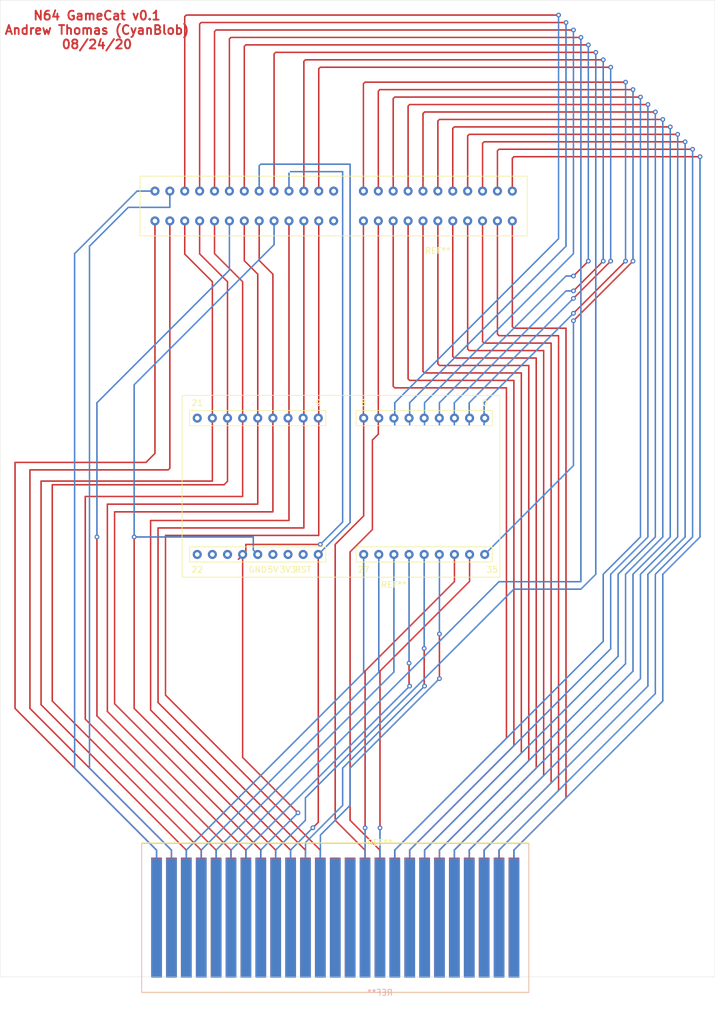
<source format=kicad_pcb>
(kicad_pcb (version 20171130) (host pcbnew 5.1.6-c6e7f7d~87~ubuntu18.04.1)

  (general
    (thickness 1.6)
    (drawings 10)
    (tracks 463)
    (zones 0)
    (modules 4)
    (nets 1)
  )

  (page A4)
  (layers
    (0 F.Cu signal)
    (31 B.Cu signal)
    (32 B.Adhes user)
    (33 F.Adhes user)
    (34 B.Paste user)
    (35 F.Paste user)
    (36 B.SilkS user)
    (37 F.SilkS user)
    (38 B.Mask user)
    (39 F.Mask user)
    (40 Dwgs.User user)
    (41 Cmts.User user)
    (42 Eco1.User user)
    (43 Eco2.User user)
    (44 Edge.Cuts user)
    (45 Margin user)
    (46 B.CrtYd user)
    (47 F.CrtYd user)
    (48 B.Fab user)
    (49 F.Fab user)
  )

  (setup
    (last_trace_width 0.25)
    (trace_clearance 0.2)
    (zone_clearance 0.508)
    (zone_45_only no)
    (trace_min 0.2)
    (via_size 0.8)
    (via_drill 0.4)
    (via_min_size 0.4)
    (via_min_drill 0.3)
    (uvia_size 0.3)
    (uvia_drill 0.1)
    (uvias_allowed no)
    (uvia_min_size 0.2)
    (uvia_min_drill 0.1)
    (edge_width 0.05)
    (segment_width 0.2)
    (pcb_text_width 0.3)
    (pcb_text_size 1.5 1.5)
    (mod_edge_width 0.12)
    (mod_text_size 1 1)
    (mod_text_width 0.15)
    (pad_size 1.524 1.524)
    (pad_drill 0.762)
    (pad_to_mask_clearance 0.05)
    (aux_axis_origin 0 0)
    (visible_elements FFFFFF7F)
    (pcbplotparams
      (layerselection 0x010fc_ffffffff)
      (usegerberextensions false)
      (usegerberattributes true)
      (usegerberadvancedattributes true)
      (creategerberjobfile true)
      (excludeedgelayer true)
      (linewidth 0.100000)
      (plotframeref false)
      (viasonmask false)
      (mode 1)
      (useauxorigin false)
      (hpglpennumber 1)
      (hpglpenspeed 20)
      (hpglpendiameter 15.000000)
      (psnegative false)
      (psa4output false)
      (plotreference true)
      (plotvalue true)
      (plotinvisibletext false)
      (padsonsilk false)
      (subtractmaskfromsilk false)
      (outputformat 1)
      (mirror false)
      (drillshape 0)
      (scaleselection 1)
      (outputdirectory ""))
  )

  (net 0 "")

  (net_class Default "This is the default net class."
    (clearance 0.2)
    (trace_width 0.25)
    (via_dia 0.8)
    (via_drill 0.4)
    (uvia_dia 0.3)
    (uvia_drill 0.1)
  )

  (module test_pcb:N64_cartridge_connecter_2.5mm (layer F.Cu) (tedit 5F493EFC) (tstamp 5F49C25E)
    (at 142.24 48.26)
    (fp_text reference REF** (at 15 7.5) (layer F.SilkS)
      (effects (font (size 1 1) (thickness 0.15)))
    )
    (fp_text value N64_cartridge_connecter_2.5mm (at 0 7.5) (layer F.Fab)
      (effects (font (size 1 1) (thickness 0.15)))
    )
    (fp_line (start -35 -5) (end -35 5) (layer F.SilkS) (width 0.12))
    (fp_line (start -32.5 5) (end 30 5) (layer F.SilkS) (width 0.12))
    (fp_line (start 30 5) (end 30 -5) (layer F.SilkS) (width 0.12))
    (fp_line (start 30 -5) (end -30 -5) (layer F.SilkS) (width 0.12))
    (fp_line (start -30 -5) (end -32.5 -5) (layer F.SilkS) (width 0.12))
    (fp_line (start -35 -5) (end -32.5 -5) (layer F.SilkS) (width 0.12))
    (fp_line (start -35 5) (end -32.5 5) (layer F.SilkS) (width 0.12))
    (pad 49 thru_hole circle (at -32.5 -2.5) (size 1.524 1.524) (drill 0.762) (layers *.Cu *.Mask))
    (pad 48 thru_hole circle (at -32.5 2.5) (size 1.524 1.524) (drill 0.762) (layers *.Cu *.Mask))
    (pad 47 thru_hole circle (at -30 -2.5) (size 1.524 1.524) (drill 0.762) (layers *.Cu *.Mask))
    (pad 46 thru_hole circle (at -27.5 -2.5) (size 1.524 1.524) (drill 0.762) (layers *.Cu *.Mask))
    (pad 45 thru_hole circle (at -25 -2.5) (size 1.524 1.524) (drill 0.762) (layers *.Cu *.Mask))
    (pad 44 thru_hole circle (at -22.5 -2.5) (size 1.524 1.524) (drill 0.762) (layers *.Cu *.Mask))
    (pad 43 thru_hole circle (at -20 -2.5) (size 1.524 1.524) (drill 0.762) (layers *.Cu *.Mask))
    (pad 42 thru_hole circle (at -17.5 -2.5) (size 1.524 1.524) (drill 0.762) (layers *.Cu *.Mask))
    (pad 41 thru_hole circle (at -15 -2.5) (size 1.524 1.524) (drill 0.762) (layers *.Cu *.Mask))
    (pad 40 thru_hole circle (at -12.5 -2.5) (size 1.524 1.524) (drill 0.762) (layers *.Cu *.Mask))
    (pad 39 thru_hole circle (at -10 -2.5) (size 1.524 1.524) (drill 0.762) (layers *.Cu *.Mask))
    (pad 38 thru_hole circle (at -7.5 -2.5) (size 1.524 1.524) (drill 0.762) (layers *.Cu *.Mask))
    (pad 37 thru_hole circle (at -5 -2.5) (size 1.524 1.524) (drill 0.762) (layers *.Cu *.Mask))
    (pad 36 thru_hole circle (at -2.5 -2.5) (size 1.524 1.524) (drill 0.762) (layers *.Cu *.Mask))
    (pad 35 thru_hole circle (at 2.5 -2.5) (size 1.524 1.524) (drill 0.762) (layers *.Cu *.Mask))
    (pad 34 thru_hole circle (at 5 -2.5) (size 1.524 1.524) (drill 0.762) (layers *.Cu *.Mask))
    (pad 33 thru_hole circle (at 7.5 -2.5) (size 1.524 1.524) (drill 0.762) (layers *.Cu *.Mask))
    (pad 32 thru_hole circle (at 10 -2.5) (size 1.524 1.524) (drill 0.762) (layers *.Cu *.Mask))
    (pad 31 thru_hole circle (at 12.5 -2.5) (size 1.524 1.524) (drill 0.762) (layers *.Cu *.Mask))
    (pad 30 thru_hole circle (at 15 -2.5) (size 1.524 1.524) (drill 0.762) (layers *.Cu *.Mask))
    (pad 29 thru_hole circle (at 17.5 -2.5) (size 1.524 1.524) (drill 0.762) (layers *.Cu *.Mask))
    (pad 28 thru_hole circle (at 20 -2.5) (size 1.524 1.524) (drill 0.762) (layers *.Cu *.Mask))
    (pad 27 thru_hole circle (at 22.5 -2.5) (size 1.524 1.524) (drill 0.762) (layers *.Cu *.Mask))
    (pad 26 thru_hole circle (at 25 -2.5) (size 1.524 1.524) (drill 0.762) (layers *.Cu *.Mask))
    (pad 25 thru_hole circle (at 27.5 -2.5) (size 1.524 1.524) (drill 0.762) (layers *.Cu *.Mask))
    (pad 24 thru_hole circle (at 27.5 2.5) (size 1.524 1.524) (drill 0.762) (layers *.Cu *.Mask))
    (pad 23 thru_hole circle (at 25 2.5) (size 1.524 1.524) (drill 0.762) (layers *.Cu *.Mask))
    (pad 22 thru_hole circle (at 22.5 2.5) (size 1.524 1.524) (drill 0.762) (layers *.Cu *.Mask))
    (pad 21 thru_hole circle (at 20 2.5) (size 1.524 1.524) (drill 0.762) (layers *.Cu *.Mask))
    (pad 20 thru_hole circle (at 17.5 2.5) (size 1.524 1.524) (drill 0.762) (layers *.Cu *.Mask))
    (pad 19 thru_hole circle (at 15 2.5) (size 1.524 1.524) (drill 0.762) (layers *.Cu *.Mask))
    (pad 18 thru_hole circle (at 12.5 2.5) (size 1.524 1.524) (drill 0.762) (layers *.Cu *.Mask))
    (pad 17 thru_hole circle (at 10 2.5) (size 1.524 1.524) (drill 0.762) (layers *.Cu *.Mask))
    (pad 16 thru_hole circle (at 7.5 2.5) (size 1.524 1.524) (drill 0.762) (layers *.Cu *.Mask))
    (pad 15 thru_hole circle (at 5 2.5) (size 1.524 1.524) (drill 0.762) (layers *.Cu *.Mask))
    (pad 14 thru_hole circle (at 2.5 2.5) (size 1.524 1.524) (drill 0.762) (layers *.Cu *.Mask))
    (pad 13 thru_hole circle (at -2.5 2.5) (size 1.524 1.524) (drill 0.762) (layers *.Cu *.Mask))
    (pad 12 thru_hole circle (at -5 2.5) (size 1.524 1.524) (drill 0.762) (layers *.Cu *.Mask))
    (pad 11 thru_hole circle (at -5 2.5) (size 1.524 1.524) (drill 0.762) (layers *.Cu *.Mask))
    (pad 10 thru_hole circle (at -7.5 2.5) (size 1.524 1.524) (drill 0.762) (layers *.Cu *.Mask))
    (pad 9 thru_hole circle (at -10 2.5) (size 1.524 1.524) (drill 0.762) (layers *.Cu *.Mask))
    (pad 8 thru_hole circle (at -12.5 2.5) (size 1.524 1.524) (drill 0.762) (layers *.Cu *.Mask))
    (pad 7 thru_hole circle (at -15 2.5) (size 1.524 1.524) (drill 0.762) (layers *.Cu *.Mask))
    (pad 6 thru_hole circle (at -17.5 2.5) (size 1.524 1.524) (drill 0.762) (layers *.Cu *.Mask))
    (pad 5 thru_hole circle (at -20 2.5) (size 1.524 1.524) (drill 0.762) (layers *.Cu *.Mask))
    (pad 4 thru_hole circle (at -22.5 2.5) (size 1.524 1.524) (drill 0.762) (layers *.Cu *.Mask))
    (pad 3 thru_hole circle (at -25 2.5) (size 1.524 1.524) (drill 0.762) (layers *.Cu *.Mask))
    (pad 2 thru_hole circle (at -27.5 2.5) (size 1.524 1.524) (drill 0.762) (layers *.Cu *.Mask))
    (pad 1 thru_hole circle (at -30 2.5) (size 1.524 1.524) (drill 0.762) (layers *.Cu *.Mask))
  )

  (module test_pcb:N64_cartridge_pins_2.5mm (layer B.Cu) (tedit 5F493311) (tstamp 5F49BC6B)
    (at 135.02 185.14)
    (fp_text reference REF** (at 12.5 -5) (layer B.SilkS)
      (effects (font (size 1 1) (thickness 0.15)) (justify mirror))
    )
    (fp_text value N64_cartridge_pins_2.5mm (at 0 -5) (layer B.Fab)
      (effects (font (size 1 1) (thickness 0.15)) (justify mirror))
    )
    (fp_line (start 37.5 -5) (end -27.5 -5) (layer B.SilkS) (width 0.12))
    (fp_line (start 37.5 -30) (end 37.5 -5) (layer B.SilkS) (width 0.12))
    (fp_line (start -27.5 -30) (end 37.5 -30) (layer B.SilkS) (width 0.12))
    (fp_line (start -27.5 -5) (end -27.5 -30) (layer B.SilkS) (width 0.12))
    (pad 1 smd rect (at -25 -17.5) (size 1.8 20) (layers B.Cu B.Paste B.Mask))
    (pad 2 smd rect (at -22.5 -17.5) (size 1.8 20) (layers B.Cu B.Paste B.Mask))
    (pad 3 smd rect (at -20 -17.5) (size 1.8 20) (layers B.Cu B.Paste B.Mask))
    (pad 4 smd rect (at -17.5 -17.5) (size 1.8 20) (layers B.Cu B.Paste B.Mask))
    (pad 5 smd rect (at -15 -17.5) (size 1.8 20) (layers B.Cu B.Paste B.Mask))
    (pad 6 smd rect (at -12.5 -17.5) (size 1.8 20) (layers B.Cu B.Paste B.Mask))
    (pad 7 smd rect (at -10 -17.5) (size 1.8 20) (layers B.Cu B.Paste B.Mask))
    (pad 8 smd rect (at -7.5 -17.5) (size 1.8 20) (layers B.Cu B.Paste B.Mask))
    (pad 9 smd rect (at -5 -17.5) (size 1.8 20) (layers B.Cu B.Paste B.Mask))
    (pad 10 smd rect (at -2.5 -17.5) (size 1.8 20) (layers B.Cu B.Paste B.Mask))
    (pad 11 smd rect (at 0 -17.5) (size 1.8 20) (layers B.Cu B.Paste B.Mask))
    (pad 12 smd rect (at 2.5 -17.5) (size 1.8 20) (layers B.Cu B.Paste B.Mask))
    (pad 13 smd rect (at 5 -17.5) (size 1.8 20) (layers B.Cu B.Paste B.Mask))
    (pad 14 smd rect (at 7.5 -17.5) (size 1.8 20) (layers B.Cu B.Paste B.Mask))
    (pad 15 smd rect (at 10 -17.5) (size 1.8 20) (layers B.Cu B.Paste B.Mask))
    (pad 16 smd rect (at 12.5 -17.5) (size 1.8 20) (layers B.Cu B.Paste B.Mask))
    (pad 17 smd rect (at 15 -17.5) (size 1.8 20) (layers B.Cu B.Paste B.Mask))
    (pad 18 smd rect (at 17.5 -17.5) (size 1.8 20) (layers B.Cu B.Paste B.Mask))
    (pad 19 smd rect (at 20 -17.5) (size 1.8 20) (layers B.Cu B.Paste B.Mask))
    (pad 20 smd rect (at 22.5 -17.5) (size 1.8 20) (layers B.Cu B.Paste B.Mask))
    (pad 21 smd rect (at 25 -17.5) (size 1.8 20) (layers B.Cu B.Paste B.Mask))
    (pad 22 smd rect (at 27.5 -17.5) (size 1.8 20) (layers B.Cu B.Paste B.Mask))
    (pad 23 smd rect (at 30 -17.5) (size 1.8 20) (layers B.Cu B.Paste B.Mask))
    (pad 24 smd rect (at 32.5 -17.5) (size 1.8 20) (layers B.Cu B.Paste B.Mask))
    (pad 25 smd rect (at 35 -17.5) (size 1.8 20) (layers B.Cu B.Paste B.Mask))
  )

  (module test_pcb:N64_cartridge_pins_2.5mm (layer F.Cu) (tedit 5F493311) (tstamp 5F49AE0B)
    (at 135 150)
    (fp_text reference REF** (at 12.5 5) (layer F.SilkS)
      (effects (font (size 1 1) (thickness 0.15)))
    )
    (fp_text value N64_cartridge_pins_2.5mm (at 0 5) (layer F.Fab)
      (effects (font (size 1 1) (thickness 0.15)))
    )
    (fp_line (start -27.5 5) (end -27.5 30) (layer F.SilkS) (width 0.12))
    (fp_line (start -27.5 30) (end 37.5 30) (layer F.SilkS) (width 0.12))
    (fp_line (start 37.5 30) (end 37.5 5) (layer F.SilkS) (width 0.12))
    (fp_line (start 37.5 5) (end -27.5 5) (layer F.SilkS) (width 0.12))
    (pad 25 smd rect (at 35 17.5) (size 1.8 20) (layers F.Cu F.Paste F.Mask))
    (pad 24 smd rect (at 32.5 17.5) (size 1.8 20) (layers F.Cu F.Paste F.Mask))
    (pad 23 smd rect (at 30 17.5) (size 1.8 20) (layers F.Cu F.Paste F.Mask))
    (pad 22 smd rect (at 27.5 17.5) (size 1.8 20) (layers F.Cu F.Paste F.Mask))
    (pad 21 smd rect (at 25 17.5) (size 1.8 20) (layers F.Cu F.Paste F.Mask))
    (pad 20 smd rect (at 22.5 17.5) (size 1.8 20) (layers F.Cu F.Paste F.Mask))
    (pad 19 smd rect (at 20 17.5) (size 1.8 20) (layers F.Cu F.Paste F.Mask))
    (pad 18 smd rect (at 17.5 17.5) (size 1.8 20) (layers F.Cu F.Paste F.Mask))
    (pad 17 smd rect (at 15 17.5) (size 1.8 20) (layers F.Cu F.Paste F.Mask))
    (pad 16 smd rect (at 12.5 17.5) (size 1.8 20) (layers F.Cu F.Paste F.Mask))
    (pad 15 smd rect (at 10 17.5) (size 1.8 20) (layers F.Cu F.Paste F.Mask))
    (pad 14 smd rect (at 7.5 17.5) (size 1.8 20) (layers F.Cu F.Paste F.Mask))
    (pad 13 smd rect (at 5 17.5) (size 1.8 20) (layers F.Cu F.Paste F.Mask))
    (pad 12 smd rect (at 2.5 17.5) (size 1.8 20) (layers F.Cu F.Paste F.Mask))
    (pad 11 smd rect (at 0 17.5) (size 1.8 20) (layers F.Cu F.Paste F.Mask))
    (pad 10 smd rect (at -2.5 17.5) (size 1.8 20) (layers F.Cu F.Paste F.Mask))
    (pad 9 smd rect (at -5 17.5) (size 1.8 20) (layers F.Cu F.Paste F.Mask))
    (pad 8 smd rect (at -7.5 17.5) (size 1.8 20) (layers F.Cu F.Paste F.Mask))
    (pad 7 smd rect (at -10 17.5) (size 1.8 20) (layers F.Cu F.Paste F.Mask))
    (pad 6 smd rect (at -12.5 17.5) (size 1.8 20) (layers F.Cu F.Paste F.Mask))
    (pad 5 smd rect (at -15 17.5) (size 1.8 20) (layers F.Cu F.Paste F.Mask))
    (pad 4 smd rect (at -17.5 17.5) (size 1.8 20) (layers F.Cu F.Paste F.Mask))
    (pad 3 smd rect (at -20 17.5) (size 1.8 20) (layers F.Cu F.Paste F.Mask))
    (pad 2 smd rect (at -22.5 17.5) (size 1.8 20) (layers F.Cu F.Paste F.Mask))
    (pad 1 smd rect (at -25 17.5) (size 1.8 20) (layers F.Cu F.Paste F.Mask))
  )

  (module test_pcb:Sipeed_MAiX_BIT (layer F.Cu) (tedit 5F492BA0) (tstamp 5F49A0DD)
    (at 135.89 109.22)
    (fp_text reference REF** (at 13.97 2.54) (layer F.SilkS)
      (effects (font (size 1 1) (thickness 0.15)))
    )
    (fp_text value Sipeed_MAiX_BIT (at 5.08 2.54) (layer F.Fab)
      (effects (font (size 1 1) (thickness 0.15)))
    )
    (fp_text user 35 (at 30.48 0) (layer F.SilkS)
      (effects (font (size 1 1) (thickness 0.15)))
    )
    (fp_text user 27 (at 8.89 0) (layer F.SilkS)
      (effects (font (size 1 1) (thickness 0.15)))
    )
    (fp_text user RST (at -1.27 0) (layer F.SilkS)
      (effects (font (size 1 1) (thickness 0.15)))
    )
    (fp_text user 3V3 (at -3.81 0) (layer F.SilkS)
      (effects (font (size 1 1) (thickness 0.15)))
    )
    (fp_text user 5V (at -6.35 0) (layer F.SilkS)
      (effects (font (size 1 1) (thickness 0.15)))
    )
    (fp_text user GND (at -8.89 0) (layer F.SilkS)
      (effects (font (size 1 1) (thickness 0.15)))
    )
    (fp_text user 22 (at -19.05 0) (layer F.SilkS)
      (effects (font (size 1 1) (thickness 0.15)))
    )
    (fp_text user 21 (at -19.05 -27.94) (layer F.SilkS)
      (effects (font (size 1 1) (thickness 0.15)))
    )
    (fp_text user 9 (at 1.27 -27.94) (layer F.SilkS)
      (effects (font (size 1 1) (thickness 0.15)))
    )
    (fp_text user 8 (at 8.89 -27.94) (layer F.SilkS)
      (effects (font (size 1 1) (thickness 0.15)))
    )
    (fp_text user 0 (at 29.21 -27.94) (layer F.SilkS)
      (effects (font (size 1 1) (thickness 0.15)))
    )
    (fp_line (start 2.54 -26.67) (end -20.32 -26.67) (layer F.SilkS) (width 0.12))
    (fp_line (start 2.54 -24.13) (end 2.54 -26.67) (layer F.SilkS) (width 0.12))
    (fp_line (start -20.32 -24.13) (end 2.54 -24.13) (layer F.SilkS) (width 0.12))
    (fp_line (start -20.32 -26.67) (end -20.32 -24.13) (layer F.SilkS) (width 0.12))
    (fp_line (start 7.62 -26.67) (end 7.62 -24.13) (layer F.SilkS) (width 0.12))
    (fp_line (start 7.62 -24.13) (end 30.48 -24.13) (layer F.SilkS) (width 0.12))
    (fp_line (start 30.48 -24.13) (end 30.48 -26.67) (layer F.SilkS) (width 0.12))
    (fp_line (start 30.48 -26.67) (end 7.62 -26.67) (layer F.SilkS) (width 0.12))
    (fp_line (start 7.62 -3.81) (end 7.62 -1.27) (layer F.SilkS) (width 0.12))
    (fp_line (start 30.48 -1.27) (end 30.48 -3.81) (layer F.SilkS) (width 0.12))
    (fp_line (start 30.48 -3.81) (end 7.62 -3.81) (layer F.SilkS) (width 0.12))
    (fp_line (start 7.62 -1.27) (end 30.48 -1.27) (layer F.SilkS) (width 0.12))
    (fp_line (start -20.32 -3.81) (end -20.32 -1.27) (layer F.SilkS) (width 0.12))
    (fp_line (start -20.32 -1.27) (end 2.54 -1.27) (layer F.SilkS) (width 0.12))
    (fp_line (start 2.54 -1.27) (end 2.54 -3.81) (layer F.SilkS) (width 0.12))
    (fp_line (start 2.54 -3.81) (end -20.32 -3.81) (layer F.SilkS) (width 0.12))
    (fp_line (start -21.59 -29.21) (end -21.59 1.27) (layer F.SilkS) (width 0.12))
    (fp_line (start -21.59 1.27) (end 31.75 1.27) (layer F.SilkS) (width 0.12))
    (fp_line (start 31.75 1.27) (end 31.75 -29.21) (layer F.SilkS) (width 0.12))
    (fp_line (start 31.75 -29.21) (end -21.59 -29.21) (layer F.SilkS) (width 0.12))
    (pad 1 thru_hole circle (at -19.05 -2.54) (size 1.524 1.524) (drill 0.762) (layers *.Cu *.Mask))
    (pad 2 thru_hole circle (at -16.51 -2.54) (size 1.524 1.524) (drill 0.762) (layers *.Cu *.Mask))
    (pad 3 thru_hole circle (at -13.97 -2.54) (size 1.524 1.524) (drill 0.762) (layers *.Cu *.Mask))
    (pad 4 thru_hole circle (at -11.43 -2.54) (size 1.524 1.524) (drill 0.762) (layers *.Cu *.Mask))
    (pad 5 thru_hole circle (at -8.89 -2.54) (size 1.524 1.524) (drill 0.762) (layers *.Cu *.Mask))
    (pad 6 thru_hole circle (at -6.35 -2.54) (size 1.524 1.524) (drill 0.762) (layers *.Cu *.Mask))
    (pad 7 thru_hole circle (at -3.81 -2.54) (size 1.524 1.524) (drill 0.762) (layers *.Cu *.Mask))
    (pad 8 thru_hole circle (at -1.27 -2.54) (size 1.524 1.524) (drill 0.762) (layers *.Cu *.Mask))
    (pad 9 thru_hole circle (at 1.27 -2.54) (size 1.524 1.524) (drill 0.762) (layers *.Cu *.Mask))
    (pad 10 thru_hole circle (at 8.89 -2.54) (size 1.524 1.524) (drill 0.762) (layers *.Cu *.Mask))
    (pad 12 thru_hole circle (at 11.43 -2.54) (size 1.524 1.524) (drill 0.762) (layers *.Cu *.Mask))
    (pad 11 thru_hole circle (at 13.97 -2.54) (size 1.524 1.524) (drill 0.762) (layers *.Cu *.Mask))
    (pad 13 thru_hole circle (at 16.51 -2.54) (size 1.524 1.524) (drill 0.762) (layers *.Cu *.Mask))
    (pad 14 thru_hole circle (at 19.05 -2.54) (size 1.524 1.524) (drill 0.762) (layers *.Cu *.Mask))
    (pad 15 thru_hole circle (at 21.59 -2.54) (size 1.524 1.524) (drill 0.762) (layers *.Cu *.Mask))
    (pad 16 thru_hole circle (at 24.13 -2.54) (size 1.524 1.524) (drill 0.762) (layers *.Cu *.Mask))
    (pad 17 thru_hole circle (at 26.67 -2.54) (size 1.524 1.524) (drill 0.762) (layers *.Cu *.Mask))
    (pad 18 thru_hole circle (at 29.21 -2.54) (size 1.524 1.524) (drill 0.762) (layers *.Cu *.Mask))
    (pad 19 thru_hole circle (at -19.05 -25.4) (size 1.524 1.524) (drill 0.762) (layers *.Cu *.Mask))
    (pad 20 thru_hole circle (at -16.51 -25.4) (size 1.524 1.524) (drill 0.762) (layers *.Cu *.Mask))
    (pad 21 thru_hole circle (at -13.97 -25.4) (size 1.524 1.524) (drill 0.762) (layers *.Cu *.Mask))
    (pad 22 thru_hole circle (at -11.43 -25.4) (size 1.524 1.524) (drill 0.762) (layers *.Cu *.Mask))
    (pad 23 thru_hole circle (at -8.89 -25.4) (size 1.524 1.524) (drill 0.762) (layers *.Cu *.Mask))
    (pad 24 thru_hole circle (at -6.35 -25.4) (size 1.524 1.524) (drill 0.762) (layers *.Cu *.Mask))
    (pad 25 thru_hole circle (at -3.81 -25.4) (size 1.524 1.524) (drill 0.762) (layers *.Cu *.Mask))
    (pad 26 thru_hole circle (at -1.27 -25.4) (size 1.524 1.524) (drill 0.762) (layers *.Cu *.Mask))
    (pad 27 thru_hole circle (at 1.27 -25.4) (size 1.524 1.524) (drill 0.762) (layers *.Cu *.Mask))
    (pad 28 thru_hole circle (at 8.89 -25.4) (size 1.524 1.524) (drill 0.762) (layers *.Cu *.Mask))
    (pad 29 thru_hole circle (at 11.43 -25.4) (size 1.524 1.524) (drill 0.762) (layers *.Cu *.Mask))
    (pad 30 thru_hole circle (at 13.97 -25.4) (size 1.524 1.524) (drill 0.762) (layers *.Cu *.Mask))
    (pad 31 thru_hole circle (at 16.51 -25.4) (size 1.524 1.524) (drill 0.762) (layers *.Cu *.Mask))
    (pad 32 thru_hole circle (at 19.05 -25.4) (size 1.524 1.524) (drill 0.762) (layers *.Cu *.Mask))
    (pad 33 thru_hole circle (at 21.59 -25.4) (size 1.524 1.524) (drill 0.762) (layers *.Cu *.Mask))
    (pad 34 thru_hole circle (at 24.13 -25.4) (size 1.524 1.524) (drill 0.762) (layers *.Cu *.Mask))
    (pad 35 thru_hole circle (at 26.67 -25.4) (size 1.524 1.524) (drill 0.762) (layers *.Cu *.Mask))
    (pad 36 thru_hole circle (at 29.21 -25.4) (size 1.524 1.524) (drill 0.762) (layers *.Cu *.Mask))
  )

  (gr_text "N64 GameCat v0.1\nAndrew Thomas (CyanBlob)\n08/24/20" (at 100 18.75) (layer F.Cu)
    (effects (font (size 1.5 1.5) (thickness 0.3)))
  )
  (gr_line (start 83.75 177.5) (end 107.5 177.5) (layer Edge.Cuts) (width 0.05) (tstamp 5F49C554))
  (gr_line (start 83.75 132.5) (end 83.75 177.5) (layer Edge.Cuts) (width 0.05))
  (gr_line (start 203.75 177.5) (end 172.5 177.5) (layer Edge.Cuts) (width 0.05) (tstamp 5F49C553))
  (gr_line (start 203.75 132.5) (end 203.75 177.5) (layer Edge.Cuts) (width 0.05))
  (gr_line (start 83.75 13.75) (end 83.75 92.5) (layer Edge.Cuts) (width 0.05))
  (gr_line (start 203.75 13.75) (end 83.75 13.75) (layer Edge.Cuts) (width 0.05))
  (gr_line (start 203.75 132.5) (end 203.75 13.75) (layer Edge.Cuts) (width 0.05))
  (gr_line (start 107.5 177.5) (end 172.5 177.5) (layer Edge.Cuts) (width 0.05))
  (gr_line (start 83.75 91.25) (end 83.75 132.5) (layer Edge.Cuts) (width 0.05))

  (segment (start 134.74 84.97) (end 134.62 85.09) (width 0.25) (layer B.Cu) (net 0))
  (segment (start 117.24 50.76) (end 117.24 56.28) (width 0.25) (layer F.Cu) (net 0))
  (segment (start 117.24 56.28) (end 121.92 60.96) (width 0.25) (layer F.Cu) (net 0))
  (segment (start 121.92 60.96) (end 121.92 83.82) (width 0.25) (layer F.Cu) (net 0))
  (segment (start 144.74 83.78) (end 144.78 83.82) (width 0.25) (layer B.Cu) (net 0))
  (segment (start 144.74 50.76) (end 144.74 83.78) (width 0.25) (layer F.Cu) (net 0))
  (segment (start 137.5 156.25) (end 137.5 167.5) (width 0.25) (layer F.Cu) (net 0))
  (segment (start 111.51 130.26) (end 137.5 156.25) (width 0.25) (layer F.Cu) (net 0))
  (segment (start 111.51 103.49) (end 111.51 130.26) (width 0.25) (layer F.Cu) (net 0))
  (segment (start 137.24 50.76) (end 137.24 103.49) (width 0.25) (layer F.Cu) (net 0))
  (segment (start 137.24 103.49) (end 111.51 103.49) (width 0.25) (layer F.Cu) (net 0))
  (segment (start 135 156.25) (end 135 167.5) (width 0.25) (layer F.Cu) (net 0))
  (segment (start 110.26 131.51) (end 135 156.25) (width 0.25) (layer F.Cu) (net 0))
  (segment (start 110.26 102.24) (end 110.26 131.51) (width 0.25) (layer F.Cu) (net 0))
  (segment (start 134.74 50.76) (end 134.74 102.24) (width 0.25) (layer F.Cu) (net 0))
  (segment (start 134.74 102.24) (end 110.26 102.24) (width 0.25) (layer F.Cu) (net 0))
  (segment (start 109.01 132.76) (end 132.5 156.25) (width 0.25) (layer F.Cu) (net 0))
  (segment (start 109.01 100.99) (end 109.01 132.76) (width 0.25) (layer F.Cu) (net 0))
  (segment (start 132.24 50.76) (end 132.24 100.99) (width 0.25) (layer F.Cu) (net 0))
  (segment (start 132.5 156.25) (end 132.5 167.5) (width 0.25) (layer F.Cu) (net 0))
  (segment (start 132.24 100.99) (end 109.01 100.99) (width 0.25) (layer F.Cu) (net 0))
  (segment (start 127.5 156.25) (end 127.5 167.5) (width 0.25) (layer F.Cu) (net 0))
  (segment (start 129.54 59.69) (end 129.54 99.54) (width 0.25) (layer F.Cu) (net 0))
  (segment (start 129.54 99.54) (end 102.96 99.54) (width 0.25) (layer F.Cu) (net 0))
  (segment (start 127.24 57.39) (end 129.54 59.69) (width 0.25) (layer F.Cu) (net 0))
  (segment (start 127.24 50.76) (end 127.24 57.39) (width 0.25) (layer F.Cu) (net 0))
  (segment (start 102.96 99.54) (end 102.96 131.71) (width 0.25) (layer F.Cu) (net 0))
  (segment (start 102.96 131.71) (end 127.5 156.25) (width 0.25) (layer F.Cu) (net 0))
  (segment (start 125 156.25) (end 125 167.5) (width 0.25) (layer F.Cu) (net 0))
  (segment (start 124.74 57.43) (end 127 59.69) (width 0.25) (layer F.Cu) (net 0))
  (segment (start 127 98.25) (end 101.75 98.25) (width 0.25) (layer F.Cu) (net 0))
  (segment (start 124.74 50.76) (end 124.74 57.43) (width 0.25) (layer F.Cu) (net 0))
  (segment (start 127 59.69) (end 127 98.25) (width 0.25) (layer F.Cu) (net 0))
  (segment (start 101.75 98.25) (end 101.75 133) (width 0.25) (layer F.Cu) (net 0))
  (segment (start 101.75 133) (end 125 156.25) (width 0.25) (layer F.Cu) (net 0))
  (segment (start 122.5 156.25) (end 122.5 167.5) (width 0.25) (layer F.Cu) (net 0))
  (segment (start 117.5 156.25) (end 117.5 167.5) (width 0.25) (layer F.Cu) (net 0))
  (segment (start 92.5 95) (end 92.5 131.25) (width 0.25) (layer F.Cu) (net 0))
  (segment (start 92.5 131.25) (end 117.5 156.25) (width 0.25) (layer F.Cu) (net 0))
  (segment (start 121.34 95) (end 92.5 95) (width 0.25) (layer F.Cu) (net 0))
  (segment (start 121.92 83.82) (end 121.92 94.42) (width 0.25) (layer F.Cu) (net 0))
  (segment (start 121.92 94.42) (end 121.34 95) (width 0.25) (layer F.Cu) (net 0))
  (segment (start 115 156.25) (end 115 167.5) (width 0.25) (layer F.Cu) (net 0))
  (segment (start 114.74 56.32) (end 119.38 60.96) (width 0.25) (layer F.Cu) (net 0))
  (segment (start 114.74 50.76) (end 114.74 56.32) (width 0.25) (layer F.Cu) (net 0))
  (segment (start 119.38 94.38) (end 90.62 94.38) (width 0.25) (layer F.Cu) (net 0))
  (segment (start 119.38 60.96) (end 119.38 94.38) (width 0.25) (layer F.Cu) (net 0))
  (segment (start 90.62 94.38) (end 90.62 131.87) (width 0.25) (layer F.Cu) (net 0))
  (segment (start 90.62 131.87) (end 115 156.25) (width 0.25) (layer F.Cu) (net 0))
  (segment (start 112.24 50.76) (end 112.24 92.24) (width 0.25) (layer F.Cu) (net 0))
  (segment (start 112.24 92.24) (end 111.98 92.5) (width 0.25) (layer F.Cu) (net 0))
  (segment (start 111.98 92.5) (end 88.75 92.5) (width 0.25) (layer F.Cu) (net 0))
  (segment (start 109.74 50.76) (end 109.74 89.74) (width 0.25) (layer F.Cu) (net 0))
  (segment (start 109.74 89.74) (end 108.23 91.25) (width 0.25) (layer F.Cu) (net 0))
  (segment (start 108.23 91.25) (end 86.25 91.25) (width 0.25) (layer F.Cu) (net 0))
  (segment (start 88.75 92.5) (end 88.75 132.5) (width 0.25) (layer F.Cu) (net 0))
  (segment (start 112.5 156.25) (end 112.5 167.5) (width 0.25) (layer F.Cu) (net 0))
  (segment (start 88.75 132.5) (end 112.5 156.25) (width 0.25) (layer F.Cu) (net 0))
  (segment (start 86.25 91.25) (end 86.25 132.5) (width 0.25) (layer F.Cu) (net 0))
  (segment (start 110 156.25) (end 110 167.5) (width 0.25) (layer F.Cu) (net 0))
  (segment (start 86.25 132.5) (end 110 156.25) (width 0.25) (layer F.Cu) (net 0))
  (segment (start 129.74 50.76) (end 129.74 54.74) (width 0.25) (layer B.Cu) (net 0))
  (segment (start 129.74 54.74) (end 106.25 78.23) (width 0.25) (layer B.Cu) (net 0))
  (segment (start 106.25 78.23) (end 106.25 103.75) (width 0.25) (layer B.Cu) (net 0))
  (segment (start 122.24 50.76) (end 122.24 54.74) (width 0.25) (layer B.Cu) (net 0))
  (segment (start 122.24 54.74) (end 122.24 59.01) (width 0.25) (layer B.Cu) (net 0))
  (segment (start 122.24 59.01) (end 100 81.25) (width 0.25) (layer B.Cu) (net 0))
  (segment (start 100 81.25) (end 100 103.75) (width 0.25) (layer B.Cu) (net 0))
  (segment (start 106.25 103.75) (end 106.25 103.75) (width 0.25) (layer B.Cu) (net 0) (tstamp 5F49C418))
  (via (at 106.25 103.75) (size 0.8) (drill 0.4) (layers F.Cu B.Cu) (net 0))
  (segment (start 100 103.75) (end 100 103.75) (width 0.25) (layer B.Cu) (net 0) (tstamp 5F49C41A))
  (via (at 100 103.75) (size 0.8) (drill 0.4) (layers F.Cu B.Cu) (net 0))
  (segment (start 106.25 103.75) (end 106.25 132.5) (width 0.25) (layer F.Cu) (net 0))
  (segment (start 130 156.25) (end 130 167.5) (width 0.25) (layer F.Cu) (net 0))
  (segment (start 106.25 132.5) (end 130 156.25) (width 0.25) (layer F.Cu) (net 0))
  (segment (start 100 103.75) (end 100 133.75) (width 0.25) (layer F.Cu) (net 0))
  (segment (start 100 133.75) (end 122.5 156.25) (width 0.25) (layer F.Cu) (net 0))
  (segment (start 120 156.25) (end 120 167.5) (width 0.25) (layer F.Cu) (net 0))
  (segment (start 119.74 56.24) (end 124.46 60.96) (width 0.25) (layer F.Cu) (net 0))
  (segment (start 119.74 50.76) (end 119.74 56.24) (width 0.25) (layer F.Cu) (net 0))
  (segment (start 124.46 96.96) (end 98.04 96.96) (width 0.25) (layer F.Cu) (net 0))
  (segment (start 124.46 60.96) (end 124.46 96.96) (width 0.25) (layer F.Cu) (net 0))
  (segment (start 98.04 96.96) (end 98.04 134.29) (width 0.25) (layer F.Cu) (net 0))
  (segment (start 98.04 134.29) (end 120 156.25) (width 0.25) (layer F.Cu) (net 0))
  (segment (start 145 156.25) (end 145 167.5) (width 0.25) (layer F.Cu) (net 0))
  (segment (start 140 151.25) (end 145 156.25) (width 0.25) (layer F.Cu) (net 0))
  (segment (start 140 105) (end 140 151.25) (width 0.25) (layer F.Cu) (net 0))
  (segment (start 144.78 83.82) (end 144.78 100.22) (width 0.25) (layer F.Cu) (net 0))
  (segment (start 144.78 100.22) (end 140 105) (width 0.25) (layer F.Cu) (net 0))
  (segment (start 147.5 156.25) (end 147.5 167.5) (width 0.25) (layer F.Cu) (net 0))
  (segment (start 147.24 86.51) (end 146.25 87.5) (width 0.25) (layer F.Cu) (net 0))
  (segment (start 147.24 50.76) (end 147.24 86.51) (width 0.25) (layer F.Cu) (net 0))
  (segment (start 142.5 106.25) (end 142.5 151.25) (width 0.25) (layer F.Cu) (net 0))
  (segment (start 146.25 87.5) (end 146.25 102.5) (width 0.25) (layer F.Cu) (net 0))
  (segment (start 146.25 102.5) (end 142.5 106.25) (width 0.25) (layer F.Cu) (net 0))
  (segment (start 142.5 151.25) (end 147.5 156.25) (width 0.25) (layer F.Cu) (net 0))
  (segment (start 150 156.25) (end 150 167.5) (width 0.25) (layer F.Cu) (net 0))
  (segment (start 168.75 137.5) (end 150 156.25) (width 0.25) (layer F.Cu) (net 0))
  (segment (start 168.75 78.75) (end 168.75 137.5) (width 0.25) (layer F.Cu) (net 0))
  (segment (start 150 78.75) (end 168.75 78.75) (width 0.25) (layer F.Cu) (net 0))
  (segment (start 149.74 50.76) (end 149.74 78.49) (width 0.25) (layer F.Cu) (net 0))
  (segment (start 149.74 78.49) (end 150 78.75) (width 0.25) (layer F.Cu) (net 0))
  (segment (start 152.5 77.5) (end 170 77.5) (width 0.25) (layer F.Cu) (net 0))
  (segment (start 152.24 50.76) (end 152.24 77.24) (width 0.25) (layer F.Cu) (net 0))
  (segment (start 152.5 156.25) (end 152.5 167.5) (width 0.25) (layer F.Cu) (net 0))
  (segment (start 170 138.75) (end 152.5 156.25) (width 0.25) (layer F.Cu) (net 0))
  (segment (start 170 77.5) (end 170 138.75) (width 0.25) (layer F.Cu) (net 0))
  (segment (start 152.24 77.24) (end 152.5 77.5) (width 0.25) (layer F.Cu) (net 0))
  (segment (start 155 156.25) (end 155 167.5) (width 0.25) (layer F.Cu) (net 0))
  (segment (start 171.25 140) (end 155 156.25) (width 0.25) (layer F.Cu) (net 0))
  (segment (start 155 76.25) (end 171.25 76.25) (width 0.25) (layer F.Cu) (net 0))
  (segment (start 154.74 50.76) (end 154.74 75.99) (width 0.25) (layer F.Cu) (net 0))
  (segment (start 171.25 76.25) (end 171.25 140) (width 0.25) (layer F.Cu) (net 0))
  (segment (start 154.74 75.99) (end 155 76.25) (width 0.25) (layer F.Cu) (net 0))
  (segment (start 157.5 156.25) (end 157.5 167.5) (width 0.25) (layer F.Cu) (net 0))
  (segment (start 172.5 75) (end 172.5 141.25) (width 0.25) (layer F.Cu) (net 0))
  (segment (start 157.5 75) (end 172.5 75) (width 0.25) (layer F.Cu) (net 0))
  (segment (start 172.5 141.25) (end 157.5 156.25) (width 0.25) (layer F.Cu) (net 0))
  (segment (start 157.24 50.76) (end 157.24 74.74) (width 0.25) (layer F.Cu) (net 0))
  (segment (start 157.24 74.74) (end 157.5 75) (width 0.25) (layer F.Cu) (net 0))
  (segment (start 160 156.25) (end 160 167.5) (width 0.25) (layer F.Cu) (net 0))
  (segment (start 173.75 73.75) (end 173.75 142.5) (width 0.25) (layer F.Cu) (net 0))
  (segment (start 173.75 142.5) (end 160 156.25) (width 0.25) (layer F.Cu) (net 0))
  (segment (start 160 73.75) (end 173.75 73.75) (width 0.25) (layer F.Cu) (net 0))
  (segment (start 159.74 50.76) (end 159.74 73.49) (width 0.25) (layer F.Cu) (net 0))
  (segment (start 159.74 73.49) (end 160 73.75) (width 0.25) (layer F.Cu) (net 0))
  (segment (start 175 143.75) (end 162.5 156.25) (width 0.25) (layer F.Cu) (net 0))
  (segment (start 175 72.5) (end 175 143.75) (width 0.25) (layer F.Cu) (net 0))
  (segment (start 162.5 72.5) (end 175 72.5) (width 0.25) (layer F.Cu) (net 0))
  (segment (start 162.5 156.25) (end 162.5 167.5) (width 0.25) (layer F.Cu) (net 0))
  (segment (start 162.24 50.76) (end 162.24 72.24) (width 0.25) (layer F.Cu) (net 0))
  (segment (start 162.24 72.24) (end 162.5 72.5) (width 0.25) (layer F.Cu) (net 0))
  (segment (start 165 156.25) (end 165 167.5) (width 0.25) (layer F.Cu) (net 0))
  (segment (start 176.25 71.25) (end 176.25 145) (width 0.25) (layer F.Cu) (net 0))
  (segment (start 176.25 145) (end 165 156.25) (width 0.25) (layer F.Cu) (net 0))
  (segment (start 165 71.25) (end 176.25 71.25) (width 0.25) (layer F.Cu) (net 0))
  (segment (start 164.74 50.76) (end 164.74 70.99) (width 0.25) (layer F.Cu) (net 0))
  (segment (start 164.74 70.99) (end 165 71.25) (width 0.25) (layer F.Cu) (net 0))
  (segment (start 177.5 70) (end 177.5 146.25) (width 0.25) (layer F.Cu) (net 0))
  (segment (start 167.5 70) (end 177.5 70) (width 0.25) (layer F.Cu) (net 0))
  (segment (start 167.5 156.25) (end 167.5 167.5) (width 0.25) (layer F.Cu) (net 0))
  (segment (start 177.5 146.25) (end 167.5 156.25) (width 0.25) (layer F.Cu) (net 0))
  (segment (start 167.24 50.76) (end 167.24 69.74) (width 0.25) (layer F.Cu) (net 0))
  (segment (start 167.24 69.74) (end 167.5 70) (width 0.25) (layer F.Cu) (net 0))
  (segment (start 170 156.25) (end 170 167.5) (width 0.25) (layer F.Cu) (net 0))
  (segment (start 178.75 147.5) (end 170 156.25) (width 0.25) (layer F.Cu) (net 0))
  (segment (start 170 68.75) (end 178.75 68.75) (width 0.25) (layer F.Cu) (net 0))
  (segment (start 178.75 68.75) (end 178.75 147.5) (width 0.25) (layer F.Cu) (net 0))
  (segment (start 169.74 50.76) (end 169.74 68.49) (width 0.25) (layer F.Cu) (net 0))
  (segment (start 169.74 68.49) (end 170 68.75) (width 0.25) (layer F.Cu) (net 0))
  (segment (start 106.25 103.75) (end 126.25 103.75) (width 0.25) (layer B.Cu) (net 0))
  (segment (start 126.25 105.93) (end 127 106.68) (width 0.25) (layer B.Cu) (net 0))
  (segment (start 126.25 103.75) (end 126.25 105.93) (width 0.25) (layer B.Cu) (net 0))
  (segment (start 132.24 45.76) (end 132.24 42.76) (width 0.25) (layer B.Cu) (net 0))
  (segment (start 132.5 42.5) (end 141.25 42.5) (width 0.25) (layer B.Cu) (net 0))
  (segment (start 141.25 42.5) (end 141.25 59.41) (width 0.25) (layer B.Cu) (net 0))
  (segment (start 127.5 41.25) (end 142.5 41.25) (width 0.25) (layer B.Cu) (net 0))
  (segment (start 142.5 101.34) (end 137.16 106.68) (width 0.25) (layer B.Cu) (net 0))
  (segment (start 127.24 45.76) (end 127.24 41.51) (width 0.25) (layer B.Cu) (net 0))
  (segment (start 142.5 41.25) (end 142.5 101.34) (width 0.25) (layer B.Cu) (net 0))
  (segment (start 127.24 41.51) (end 127.5 41.25) (width 0.25) (layer B.Cu) (net 0))
  (segment (start 98.75 142.5) (end 112.52 156.27) (width 0.25) (layer B.Cu) (net 0))
  (segment (start 98.75 55) (end 98.75 142.5) (width 0.25) (layer B.Cu) (net 0))
  (segment (start 105.26 48.49) (end 98.75 55) (width 0.25) (layer B.Cu) (net 0))
  (segment (start 112.24 45.76) (end 112.24 48.49) (width 0.25) (layer B.Cu) (net 0))
  (segment (start 112.52 156.27) (end 112.52 167.64) (width 0.25) (layer B.Cu) (net 0))
  (segment (start 112.24 48.49) (end 105.26 48.49) (width 0.25) (layer B.Cu) (net 0))
  (segment (start 110.02 156.27) (end 110.02 167.64) (width 0.25) (layer B.Cu) (net 0))
  (segment (start 96.25 56.25) (end 96.25 142.5) (width 0.25) (layer B.Cu) (net 0))
  (segment (start 96.25 142.5) (end 110.02 156.27) (width 0.25) (layer B.Cu) (net 0))
  (segment (start 109.74 45.76) (end 106.74 45.76) (width 0.25) (layer B.Cu) (net 0))
  (segment (start 106.74 45.76) (end 96.25 56.25) (width 0.25) (layer B.Cu) (net 0))
  (segment (start 114.74 45.76) (end 114.74 16.51) (width 0.25) (layer F.Cu) (net 0))
  (segment (start 114.74 16.51) (end 115 16.25) (width 0.25) (layer F.Cu) (net 0))
  (segment (start 115 16.25) (end 177.5 16.25) (width 0.25) (layer F.Cu) (net 0))
  (segment (start 117.24 45.76) (end 117.24 17.76) (width 0.25) (layer F.Cu) (net 0))
  (segment (start 117.24 17.76) (end 117.5 17.5) (width 0.25) (layer F.Cu) (net 0))
  (segment (start 117.5 17.5) (end 178.75 17.5) (width 0.25) (layer F.Cu) (net 0))
  (segment (start 119.74 45.76) (end 119.74 19.01) (width 0.25) (layer F.Cu) (net 0))
  (segment (start 119.74 19.01) (end 120 18.75) (width 0.25) (layer F.Cu) (net 0))
  (segment (start 120 18.75) (end 180 18.75) (width 0.25) (layer F.Cu) (net 0))
  (segment (start 122.24 45.76) (end 122.24 20.26) (width 0.25) (layer F.Cu) (net 0))
  (segment (start 122.24 20.26) (end 122.5 20) (width 0.25) (layer F.Cu) (net 0))
  (segment (start 122.5 20) (end 181.25 20) (width 0.25) (layer F.Cu) (net 0))
  (segment (start 124.74 45.76) (end 124.74 21.51) (width 0.25) (layer F.Cu) (net 0))
  (segment (start 124.74 21.51) (end 125 21.25) (width 0.25) (layer F.Cu) (net 0))
  (segment (start 125 21.25) (end 182.5 21.25) (width 0.25) (layer F.Cu) (net 0))
  (segment (start 129.74 45.76) (end 129.74 22.76) (width 0.25) (layer F.Cu) (net 0))
  (segment (start 129.74 22.76) (end 130 22.5) (width 0.25) (layer F.Cu) (net 0))
  (segment (start 130 22.5) (end 183.75 22.5) (width 0.25) (layer F.Cu) (net 0))
  (segment (start 134.74 45.76) (end 134.74 24.01) (width 0.25) (layer F.Cu) (net 0))
  (segment (start 134.74 24.01) (end 135 23.75) (width 0.25) (layer F.Cu) (net 0))
  (segment (start 135 23.75) (end 185 23.75) (width 0.25) (layer F.Cu) (net 0))
  (segment (start 137.24 45.76) (end 137.24 25.26) (width 0.25) (layer F.Cu) (net 0))
  (segment (start 137.24 25.26) (end 137.5 25) (width 0.25) (layer F.Cu) (net 0))
  (segment (start 137.5 25) (end 186.25 25) (width 0.25) (layer F.Cu) (net 0))
  (segment (start 144.74 45.76) (end 144.74 27.76) (width 0.25) (layer F.Cu) (net 0))
  (segment (start 144.74 27.76) (end 145 27.5) (width 0.25) (layer F.Cu) (net 0))
  (segment (start 145 27.5) (end 188.75 27.5) (width 0.25) (layer F.Cu) (net 0))
  (segment (start 147.24 45.76) (end 147.24 29.01) (width 0.25) (layer F.Cu) (net 0))
  (segment (start 147.24 29.01) (end 147.5 28.75) (width 0.25) (layer F.Cu) (net 0))
  (segment (start 147.5 28.75) (end 190 28.75) (width 0.25) (layer F.Cu) (net 0))
  (segment (start 149.74 45.76) (end 149.74 30.26) (width 0.25) (layer F.Cu) (net 0))
  (segment (start 149.74 30.26) (end 150 30) (width 0.25) (layer F.Cu) (net 0))
  (segment (start 150 30) (end 191.25 30) (width 0.25) (layer F.Cu) (net 0))
  (segment (start 152.24 45.76) (end 152.24 31.51) (width 0.25) (layer F.Cu) (net 0))
  (segment (start 152.24 31.51) (end 152.5 31.25) (width 0.25) (layer F.Cu) (net 0))
  (segment (start 152.5 31.25) (end 192.5 31.25) (width 0.25) (layer F.Cu) (net 0))
  (segment (start 154.74 45.76) (end 154.74 32.76) (width 0.25) (layer F.Cu) (net 0))
  (segment (start 154.74 32.76) (end 155 32.5) (width 0.25) (layer F.Cu) (net 0))
  (segment (start 155 32.5) (end 193.75 32.5) (width 0.25) (layer F.Cu) (net 0))
  (segment (start 157.24 45.76) (end 157.24 34.01) (width 0.25) (layer F.Cu) (net 0))
  (segment (start 157.24 34.01) (end 157.5 33.75) (width 0.25) (layer F.Cu) (net 0))
  (segment (start 157.5 33.75) (end 195 33.75) (width 0.25) (layer F.Cu) (net 0))
  (segment (start 159.74 45.76) (end 159.74 35.26) (width 0.25) (layer F.Cu) (net 0))
  (segment (start 159.74 35.26) (end 160 35) (width 0.25) (layer F.Cu) (net 0))
  (segment (start 160 35) (end 196.25 35) (width 0.25) (layer F.Cu) (net 0))
  (segment (start 162.24 45.76) (end 162.24 36.51) (width 0.25) (layer F.Cu) (net 0))
  (segment (start 162.24 36.51) (end 162.5 36.25) (width 0.25) (layer F.Cu) (net 0))
  (segment (start 162.5 36.25) (end 197.5 36.25) (width 0.25) (layer F.Cu) (net 0))
  (segment (start 164.74 45.76) (end 164.74 37.76) (width 0.25) (layer F.Cu) (net 0))
  (segment (start 164.74 37.76) (end 165 37.5) (width 0.25) (layer F.Cu) (net 0))
  (segment (start 165 37.5) (end 198.75 37.5) (width 0.25) (layer F.Cu) (net 0))
  (segment (start 167.24 45.76) (end 167.24 39.01) (width 0.25) (layer F.Cu) (net 0))
  (segment (start 167.24 39.01) (end 167.5 38.75) (width 0.25) (layer F.Cu) (net 0))
  (segment (start 167.5 38.75) (end 200 38.75) (width 0.25) (layer F.Cu) (net 0))
  (segment (start 169.74 45.76) (end 169.74 40.26) (width 0.25) (layer F.Cu) (net 0))
  (segment (start 169.74 40.26) (end 170 40) (width 0.25) (layer F.Cu) (net 0))
  (segment (start 170 40) (end 201.25 40) (width 0.25) (layer F.Cu) (net 0))
  (segment (start 177.5 16.25) (end 177.5 16.25) (width 0.25) (layer F.Cu) (net 0) (tstamp 5F49C4C1))
  (via (at 177.5 16.25) (size 0.8) (drill 0.4) (layers F.Cu B.Cu) (net 0))
  (segment (start 178.75 17.5) (end 178.75 17.5) (width 0.25) (layer F.Cu) (net 0) (tstamp 5F49C4C3))
  (via (at 178.75 17.5) (size 0.8) (drill 0.4) (layers F.Cu B.Cu) (net 0))
  (segment (start 180 18.75) (end 180 18.75) (width 0.25) (layer F.Cu) (net 0) (tstamp 5F49C4C5))
  (via (at 180 18.75) (size 0.8) (drill 0.4) (layers F.Cu B.Cu) (net 0))
  (segment (start 181.25 20) (end 181.25 20) (width 0.25) (layer F.Cu) (net 0) (tstamp 5F49C4C7))
  (via (at 181.25 20) (size 0.8) (drill 0.4) (layers F.Cu B.Cu) (net 0))
  (segment (start 182.5 21.25) (end 182.5 21.25) (width 0.25) (layer F.Cu) (net 0) (tstamp 5F49C4C9))
  (via (at 182.5 21.25) (size 0.8) (drill 0.4) (layers F.Cu B.Cu) (net 0))
  (segment (start 183.75 22.5) (end 183.75 22.5) (width 0.25) (layer F.Cu) (net 0) (tstamp 5F49C4CB))
  (via (at 183.75 22.5) (size 0.8) (drill 0.4) (layers F.Cu B.Cu) (net 0))
  (segment (start 185 23.75) (end 185 23.75) (width 0.25) (layer F.Cu) (net 0) (tstamp 5F49C4CD))
  (via (at 185 23.75) (size 0.8) (drill 0.4) (layers F.Cu B.Cu) (net 0))
  (segment (start 186.25 25) (end 186.25 25) (width 0.25) (layer F.Cu) (net 0) (tstamp 5F49C4CF))
  (via (at 186.25 25) (size 0.8) (drill 0.4) (layers F.Cu B.Cu) (net 0))
  (segment (start 188.75 27.5) (end 188.75 27.5) (width 0.25) (layer F.Cu) (net 0) (tstamp 5F49C4D3))
  (via (at 188.75 27.5) (size 0.8) (drill 0.4) (layers F.Cu B.Cu) (net 0))
  (segment (start 190 28.75) (end 190 28.75) (width 0.25) (layer F.Cu) (net 0) (tstamp 5F49C4D5))
  (via (at 190 28.75) (size 0.8) (drill 0.4) (layers F.Cu B.Cu) (net 0))
  (segment (start 191.25 30) (end 191.25 30) (width 0.25) (layer F.Cu) (net 0) (tstamp 5F49C4D7))
  (via (at 191.25 30) (size 0.8) (drill 0.4) (layers F.Cu B.Cu) (net 0))
  (segment (start 192.5 31.25) (end 192.5 31.25) (width 0.25) (layer F.Cu) (net 0) (tstamp 5F49C4D9))
  (via (at 192.5 31.25) (size 0.8) (drill 0.4) (layers F.Cu B.Cu) (net 0))
  (segment (start 193.75 32.5) (end 193.75 32.5) (width 0.25) (layer F.Cu) (net 0) (tstamp 5F49C4DB))
  (via (at 193.75 32.5) (size 0.8) (drill 0.4) (layers F.Cu B.Cu) (net 0))
  (segment (start 195 33.75) (end 195 33.75) (width 0.25) (layer F.Cu) (net 0) (tstamp 5F49C4DD))
  (via (at 195 33.75) (size 0.8) (drill 0.4) (layers F.Cu B.Cu) (net 0))
  (segment (start 196.25 35) (end 196.25 35) (width 0.25) (layer F.Cu) (net 0) (tstamp 5F49C4DF))
  (via (at 196.25 35) (size 0.8) (drill 0.4) (layers F.Cu B.Cu) (net 0))
  (segment (start 197.5 36.25) (end 197.5 36.25) (width 0.25) (layer F.Cu) (net 0) (tstamp 5F49C4E1))
  (via (at 197.5 36.25) (size 0.8) (drill 0.4) (layers F.Cu B.Cu) (net 0))
  (segment (start 198.75 37.5) (end 198.75 37.5) (width 0.25) (layer F.Cu) (net 0) (tstamp 5F49C4E3))
  (via (at 198.75 37.5) (size 0.8) (drill 0.4) (layers F.Cu B.Cu) (net 0))
  (segment (start 200 38.75) (end 200 38.75) (width 0.25) (layer F.Cu) (net 0) (tstamp 5F49C4E5))
  (via (at 200 38.75) (size 0.8) (drill 0.4) (layers F.Cu B.Cu) (net 0))
  (segment (start 201.25 40) (end 201.25 40) (width 0.25) (layer F.Cu) (net 0) (tstamp 5F49C4E7))
  (via (at 201.25 40) (size 0.8) (drill 0.4) (layers F.Cu B.Cu) (net 0))
  (segment (start 178.75 17.5) (end 178.75 52.5) (width 0.25) (layer B.Cu) (net 0))
  (segment (start 180 18.75) (end 180 52.5) (width 0.25) (layer B.Cu) (net 0))
  (segment (start 182.5 21.25) (end 182.5 52.5) (width 0.25) (layer B.Cu) (net 0))
  (segment (start 188.75 27.5) (end 188.75 52.5) (width 0.25) (layer B.Cu) (net 0))
  (segment (start 190 28.75) (end 190 52.5) (width 0.25) (layer B.Cu) (net 0))
  (segment (start 177.5 16.25) (end 177.5 52.5) (width 0.25) (layer B.Cu) (net 0))
  (segment (start 177.5 52.5) (end 177.5 53.75) (width 0.25) (layer B.Cu) (net 0))
  (segment (start 177.5 53.75) (end 150 81.25) (width 0.25) (layer B.Cu) (net 0))
  (segment (start 150 81.25) (end 150 85) (width 0.25) (layer B.Cu) (net 0))
  (segment (start 178.75 52.5) (end 178.75 55) (width 0.25) (layer B.Cu) (net 0))
  (segment (start 178.75 55) (end 152.5 81.25) (width 0.25) (layer B.Cu) (net 0))
  (segment (start 152.5 81.25) (end 152.5 85) (width 0.25) (layer B.Cu) (net 0))
  (segment (start 180 52.5) (end 180 56.25) (width 0.25) (layer B.Cu) (net 0))
  (segment (start 180 56.25) (end 155 81.25) (width 0.25) (layer B.Cu) (net 0))
  (segment (start 155 81.25) (end 155 85) (width 0.25) (layer B.Cu) (net 0))
  (segment (start 144.78 106.68) (end 144.78 126.47) (width 0.25) (layer B.Cu) (net 0))
  (segment (start 115.02 156.23) (end 115.02 167.64) (width 0.25) (layer B.Cu) (net 0))
  (segment (start 144.78 126.47) (end 115.02 156.23) (width 0.25) (layer B.Cu) (net 0))
  (segment (start 147.32 106.68) (end 147.32 126.43) (width 0.25) (layer B.Cu) (net 0))
  (segment (start 117.52 156.23) (end 117.52 167.64) (width 0.25) (layer B.Cu) (net 0))
  (segment (start 147.32 126.43) (end 117.52 156.23) (width 0.25) (layer B.Cu) (net 0))
  (segment (start 149.86 106.68) (end 149.86 126.39) (width 0.25) (layer B.Cu) (net 0))
  (segment (start 120.02 156.23) (end 120.02 167.64) (width 0.25) (layer B.Cu) (net 0))
  (segment (start 149.86 126.39) (end 120.02 156.23) (width 0.25) (layer B.Cu) (net 0))
  (segment (start 167.5 111.25) (end 122.52 156.23) (width 0.25) (layer B.Cu) (net 0))
  (segment (start 122.52 156.23) (end 122.52 167.64) (width 0.25) (layer B.Cu) (net 0))
  (segment (start 181.25 20) (end 181.25 111.25) (width 0.25) (layer B.Cu) (net 0))
  (segment (start 181.25 111.25) (end 167.5 111.25) (width 0.25) (layer B.Cu) (net 0))
  (segment (start 182.5 52.5) (end 182.5 57.5) (width 0.25) (layer B.Cu) (net 0))
  (segment (start 182.5 57.5) (end 182.5 57.5) (width 0.25) (layer B.Cu) (net 0) (tstamp 5F49C4F3))
  (via (at 182.5 57.5) (size 0.8) (drill 0.4) (layers F.Cu B.Cu) (net 0))
  (via (at 180 60) (size 0.8) (drill 0.4) (layers F.Cu B.Cu) (net 0))
  (segment (start 182.5 57.5) (end 180 60) (width 0.25) (layer F.Cu) (net 0))
  (segment (start 180 60) (end 178.75 60) (width 0.25) (layer B.Cu) (net 0))
  (segment (start 178.75 60) (end 157.5 81.25) (width 0.25) (layer B.Cu) (net 0))
  (segment (start 157.5 81.25) (end 157.5 85) (width 0.25) (layer B.Cu) (net 0))
  (segment (start 152.4 106.68) (end 152.4 124.9) (width 0.25) (layer B.Cu) (net 0))
  (segment (start 152.4 124.9) (end 152.4 124.9) (width 0.25) (layer B.Cu) (net 0) (tstamp 5F49C4F5))
  (via (at 152.4 124.9) (size 0.8) (drill 0.4) (layers F.Cu B.Cu) (net 0))
  (via (at 152.5 128.75) (size 0.8) (drill 0.4) (layers F.Cu B.Cu) (net 0))
  (segment (start 152.4 128.65) (end 152.5 128.75) (width 0.25) (layer F.Cu) (net 0))
  (segment (start 152.4 124.9) (end 152.4 128.65) (width 0.25) (layer F.Cu) (net 0))
  (segment (start 152.5 128.75) (end 125 156.25) (width 0.25) (layer B.Cu) (net 0))
  (segment (start 125.02 156.27) (end 125.02 167.64) (width 0.25) (layer B.Cu) (net 0))
  (segment (start 125 156.25) (end 125.02 156.27) (width 0.25) (layer B.Cu) (net 0))
  (segment (start 141.25 59.41) (end 141.25 101.25) (width 0.25) (layer B.Cu) (net 0))
  (segment (start 141.25 101.25) (end 137.5 105) (width 0.25) (layer B.Cu) (net 0))
  (segment (start 137.5 105) (end 137.5 105) (width 0.25) (layer B.Cu) (net 0) (tstamp 5F49C509))
  (via (at 137.5 105) (size 0.8) (drill 0.4) (layers F.Cu B.Cu) (net 0))
  (segment (start 137.5 105) (end 125 105) (width 0.25) (layer F.Cu) (net 0))
  (segment (start 125 105) (end 125 106.25) (width 0.25) (layer F.Cu) (net 0))
  (segment (start 125 106.25) (end 123.75 107.5) (width 0.25) (layer F.Cu) (net 0))
  (segment (start 124.46 106.68) (end 124.46 140.71) (width 0.25) (layer F.Cu) (net 0))
  (segment (start 124.46 140.71) (end 133.75 150) (width 0.25) (layer F.Cu) (net 0))
  (segment (start 133.75 150) (end 133.75 150) (width 0.25) (layer F.Cu) (net 0) (tstamp 5F49C515))
  (via (at 133.75 150) (size 0.8) (drill 0.4) (layers F.Cu B.Cu) (net 0))
  (segment (start 133.75 150) (end 127.5 156.25) (width 0.25) (layer B.Cu) (net 0))
  (segment (start 127.52 156.27) (end 127.52 167.64) (width 0.25) (layer B.Cu) (net 0))
  (segment (start 127.5 156.25) (end 127.52 156.27) (width 0.25) (layer B.Cu) (net 0))
  (segment (start 135 151.25) (end 130.02 156.23) (width 0.25) (layer B.Cu) (net 0))
  (segment (start 183.75 22.5) (end 183.75 110) (width 0.25) (layer B.Cu) (net 0))
  (segment (start 130.02 156.23) (end 130.02 167.64) (width 0.25) (layer B.Cu) (net 0))
  (segment (start 137.16 106.68) (end 137.16 151.59) (width 0.25) (layer F.Cu) (net 0))
  (segment (start 137.16 151.59) (end 136.25 152.5) (width 0.25) (layer F.Cu) (net 0))
  (segment (start 136.25 152.5) (end 136.25 152.5) (width 0.25) (layer F.Cu) (net 0) (tstamp 5F49C517))
  (via (at 136.25 152.5) (size 0.8) (drill 0.4) (layers F.Cu B.Cu) (net 0))
  (segment (start 136.25 152.5) (end 132.5 156.25) (width 0.25) (layer B.Cu) (net 0))
  (segment (start 132.52 156.27) (end 132.52 167.64) (width 0.25) (layer B.Cu) (net 0))
  (segment (start 132.5 156.25) (end 132.52 156.27) (width 0.25) (layer B.Cu) (net 0))
  (segment (start 186.25 25) (end 186.25 52.5) (width 0.25) (layer B.Cu) (net 0))
  (segment (start 185 23.75) (end 185 52.5) (width 0.25) (layer B.Cu) (net 0))
  (segment (start 185 52.5) (end 185 57.5) (width 0.25) (layer B.Cu) (net 0))
  (segment (start 186.25 52.5) (end 186.25 57.5) (width 0.25) (layer B.Cu) (net 0))
  (segment (start 185 57.5) (end 185 57.5) (width 0.25) (layer B.Cu) (net 0) (tstamp 5F49C51B))
  (via (at 185 57.5) (size 0.8) (drill 0.4) (layers F.Cu B.Cu) (net 0))
  (segment (start 186.25 57.5) (end 186.25 57.5) (width 0.25) (layer B.Cu) (net 0) (tstamp 5F49C51D))
  (via (at 186.25 57.5) (size 0.8) (drill 0.4) (layers F.Cu B.Cu) (net 0))
  (segment (start 185 57.5) (end 180 62.5) (width 0.25) (layer F.Cu) (net 0))
  (segment (start 186.25 57.5) (end 180 63.75) (width 0.25) (layer F.Cu) (net 0))
  (segment (start 180 62.5) (end 180 62.5) (width 0.25) (layer F.Cu) (net 0) (tstamp 5F49C51F))
  (via (at 180 62.5) (size 0.8) (drill 0.4) (layers F.Cu B.Cu) (net 0))
  (segment (start 180 63.75) (end 180 63.75) (width 0.25) (layer F.Cu) (net 0) (tstamp 5F49C521))
  (via (at 180 63.75) (size 0.8) (drill 0.4) (layers F.Cu B.Cu) (net 0))
  (segment (start 180 62.5) (end 178.75 62.5) (width 0.25) (layer B.Cu) (net 0))
  (segment (start 178.75 62.5) (end 160 81.25) (width 0.25) (layer B.Cu) (net 0))
  (segment (start 160 81.25) (end 160 85) (width 0.25) (layer B.Cu) (net 0))
  (segment (start 180 63.75) (end 162.5 81.25) (width 0.25) (layer B.Cu) (net 0))
  (segment (start 162.5 81.25) (end 162.5 85) (width 0.25) (layer B.Cu) (net 0))
  (segment (start 154.94 106.68) (end 154.94 122.44) (width 0.25) (layer B.Cu) (net 0))
  (segment (start 157.5 106.7) (end 157.48 106.68) (width 0.25) (layer B.Cu) (net 0))
  (segment (start 157.5 120) (end 157.5 120) (width 0.25) (layer B.Cu) (net 0))
  (segment (start 154.94 122.44) (end 154.94 122.44) (width 0.25) (layer B.Cu) (net 0) (tstamp 5F49C523))
  (via (at 154.94 122.44) (size 0.8) (drill 0.4) (layers F.Cu B.Cu) (net 0))
  (segment (start 157.5 120) (end 157.5 106.7) (width 0.25) (layer B.Cu) (net 0) (tstamp 5F49C52A))
  (via (at 157.5 120) (size 0.8) (drill 0.4) (layers F.Cu B.Cu) (net 0))
  (segment (start 135 151.25) (end 135 147.5) (width 0.25) (layer B.Cu) (net 0))
  (segment (start 135 147.5) (end 170 112.5) (width 0.25) (layer B.Cu) (net 0))
  (segment (start 170 112.5) (end 181.25 112.5) (width 0.25) (layer B.Cu) (net 0))
  (segment (start 181.25 112.5) (end 183.75 110) (width 0.25) (layer B.Cu) (net 0))
  (segment (start 137.52 167.64) (end 137.52 156.27) (width 0.25) (layer B.Cu) (net 0))
  (segment (start 137.52 156.27) (end 137.52 153.73) (width 0.25) (layer B.Cu) (net 0))
  (segment (start 137.52 153.73) (end 142.5 148.75) (width 0.25) (layer B.Cu) (net 0))
  (segment (start 142.5 148.75) (end 142.5 143.75) (width 0.25) (layer B.Cu) (net 0))
  (segment (start 135.02 154.98) (end 135.02 156.27) (width 0.25) (layer B.Cu) (net 0))
  (segment (start 135.02 156.27) (end 135.02 167.64) (width 0.25) (layer B.Cu) (net 0))
  (segment (start 141.25 142.5) (end 141.25 148.75) (width 0.25) (layer B.Cu) (net 0))
  (segment (start 141.25 148.75) (end 135.02 154.98) (width 0.25) (layer B.Cu) (net 0))
  (segment (start 141.25 142.5) (end 155 128.75) (width 0.25) (layer B.Cu) (net 0))
  (segment (start 142.5 143.75) (end 142.5 142.5) (width 0.25) (layer B.Cu) (net 0))
  (segment (start 142.5 142.5) (end 157.5 127.5) (width 0.25) (layer B.Cu) (net 0))
  (segment (start 157.5 127.5) (end 157.5 127.5) (width 0.25) (layer B.Cu) (net 0) (tstamp 5F49C534))
  (via (at 157.5 127.5) (size 0.8) (drill 0.4) (layers F.Cu B.Cu) (net 0))
  (segment (start 155 128.75) (end 155 128.75) (width 0.25) (layer B.Cu) (net 0) (tstamp 5F49C536))
  (via (at 155 128.75) (size 0.8) (drill 0.4) (layers F.Cu B.Cu) (net 0))
  (segment (start 154.94 128.69) (end 155 128.75) (width 0.25) (layer F.Cu) (net 0))
  (segment (start 154.94 122.44) (end 154.94 128.69) (width 0.25) (layer F.Cu) (net 0))
  (segment (start 157.5 127.5) (end 157.5 120) (width 0.25) (layer F.Cu) (net 0))
  (segment (start 145.02 167.64) (end 145.02 156.27) (width 0.25) (layer B.Cu) (net 0))
  (segment (start 147.52 167.64) (end 147.52 156.27) (width 0.25) (layer B.Cu) (net 0))
  (segment (start 145.02 156.27) (end 145.02 152.52) (width 0.25) (layer B.Cu) (net 0))
  (segment (start 147.52 156.27) (end 147.52 152.52) (width 0.25) (layer B.Cu) (net 0))
  (segment (start 145.02 152.52) (end 145.02 152.52) (width 0.25) (layer B.Cu) (net 0) (tstamp 5F49C538))
  (via (at 145.02 152.52) (size 0.8) (drill 0.4) (layers F.Cu B.Cu) (net 0))
  (segment (start 147.52 152.52) (end 147.52 152.52) (width 0.25) (layer B.Cu) (net 0) (tstamp 5F49C53A))
  (via (at 147.52 152.52) (size 0.8) (drill 0.4) (layers F.Cu B.Cu) (net 0))
  (segment (start 160.02 106.68) (end 160.02 111.23) (width 0.25) (layer F.Cu) (net 0))
  (segment (start 145.02 126.23) (end 145.02 152.52) (width 0.25) (layer F.Cu) (net 0))
  (segment (start 160.02 111.23) (end 145.02 126.23) (width 0.25) (layer F.Cu) (net 0))
  (segment (start 147.52 152.52) (end 147.52 126.23) (width 0.25) (layer F.Cu) (net 0))
  (segment (start 162.56 111.19) (end 162.56 106.68) (width 0.25) (layer F.Cu) (net 0))
  (segment (start 147.52 126.23) (end 162.56 111.19) (width 0.25) (layer F.Cu) (net 0))
  (segment (start 188.75 52.5) (end 188.75 57.5) (width 0.25) (layer B.Cu) (net 0))
  (segment (start 190 52.5) (end 190 57.5) (width 0.25) (layer B.Cu) (net 0))
  (segment (start 188.75 57.5) (end 188.75 57.5) (width 0.25) (layer B.Cu) (net 0) (tstamp 5F49C541))
  (via (at 188.75 57.5) (size 0.8) (drill 0.4) (layers F.Cu B.Cu) (net 0))
  (segment (start 190 57.5) (end 190 57.5) (width 0.25) (layer B.Cu) (net 0) (tstamp 5F49C543))
  (via (at 190 57.5) (size 0.8) (drill 0.4) (layers F.Cu B.Cu) (net 0))
  (segment (start 188.75 57.5) (end 180 66.25) (width 0.25) (layer F.Cu) (net 0))
  (segment (start 190 57.5) (end 180 67.5) (width 0.25) (layer F.Cu) (net 0))
  (segment (start 180 66.25) (end 180 66.25) (width 0.25) (layer F.Cu) (net 0) (tstamp 5F49C545))
  (via (at 180 66.25) (size 0.8) (drill 0.4) (layers F.Cu B.Cu) (net 0))
  (segment (start 180 67.5) (end 180 67.5) (width 0.25) (layer F.Cu) (net 0) (tstamp 5F49C547))
  (via (at 180 67.5) (size 0.8) (drill 0.4) (layers F.Cu B.Cu) (net 0))
  (segment (start 180 66.25) (end 165 81.25) (width 0.25) (layer B.Cu) (net 0))
  (segment (start 165 81.25) (end 165 85) (width 0.25) (layer B.Cu) (net 0))
  (segment (start 180 91.78) (end 165.1 106.68) (width 0.25) (layer B.Cu) (net 0))
  (segment (start 180 67.5) (end 180 91.78) (width 0.25) (layer B.Cu) (net 0))
  (segment (start 185 121.25) (end 150.02 156.23) (width 0.25) (layer B.Cu) (net 0))
  (segment (start 191.25 30) (end 191.25 103.75) (width 0.25) (layer B.Cu) (net 0))
  (segment (start 150.02 156.23) (end 150.02 167.64) (width 0.25) (layer B.Cu) (net 0))
  (segment (start 185 110) (end 185 121.25) (width 0.25) (layer B.Cu) (net 0))
  (segment (start 191.25 103.75) (end 185 110) (width 0.25) (layer B.Cu) (net 0))
  (segment (start 152.52 156.23) (end 152.52 167.64) (width 0.25) (layer B.Cu) (net 0))
  (segment (start 186.25 122.5) (end 152.52 156.23) (width 0.25) (layer B.Cu) (net 0))
  (segment (start 186.25 110) (end 186.25 122.5) (width 0.25) (layer B.Cu) (net 0))
  (segment (start 192.5 31.25) (end 192.5 103.75) (width 0.25) (layer B.Cu) (net 0))
  (segment (start 192.5 103.75) (end 186.25 110) (width 0.25) (layer B.Cu) (net 0))
  (segment (start 155.02 156.23) (end 155.02 167.64) (width 0.25) (layer B.Cu) (net 0))
  (segment (start 187.5 110) (end 187.5 123.75) (width 0.25) (layer B.Cu) (net 0))
  (segment (start 187.5 123.75) (end 155.02 156.23) (width 0.25) (layer B.Cu) (net 0))
  (segment (start 193.75 32.5) (end 193.75 103.75) (width 0.25) (layer B.Cu) (net 0))
  (segment (start 193.75 103.75) (end 187.5 110) (width 0.25) (layer B.Cu) (net 0))
  (segment (start 188.75 125) (end 157.52 156.23) (width 0.25) (layer B.Cu) (net 0))
  (segment (start 188.75 110) (end 188.75 125) (width 0.25) (layer B.Cu) (net 0))
  (segment (start 195 33.75) (end 195 103.75) (width 0.25) (layer B.Cu) (net 0))
  (segment (start 157.52 156.23) (end 157.52 167.64) (width 0.25) (layer B.Cu) (net 0))
  (segment (start 195 103.75) (end 188.75 110) (width 0.25) (layer B.Cu) (net 0))
  (segment (start 160.02 156.23) (end 160.02 167.64) (width 0.25) (layer B.Cu) (net 0))
  (segment (start 190 126.25) (end 160.02 156.23) (width 0.25) (layer B.Cu) (net 0))
  (segment (start 190 110) (end 190 126.25) (width 0.25) (layer B.Cu) (net 0))
  (segment (start 196.25 35) (end 196.25 103.75) (width 0.25) (layer B.Cu) (net 0))
  (segment (start 196.25 103.75) (end 190 110) (width 0.25) (layer B.Cu) (net 0))
  (segment (start 191.25 127.5) (end 162.5 156.25) (width 0.25) (layer B.Cu) (net 0))
  (segment (start 162.5 156.25) (end 162.52 156.27) (width 0.25) (layer B.Cu) (net 0))
  (segment (start 191.25 110) (end 191.25 127.5) (width 0.25) (layer B.Cu) (net 0))
  (segment (start 197.5 36.25) (end 197.5 103.75) (width 0.25) (layer B.Cu) (net 0))
  (segment (start 162.52 156.27) (end 162.52 167.64) (width 0.25) (layer B.Cu) (net 0))
  (segment (start 197.5 103.75) (end 191.25 110) (width 0.25) (layer B.Cu) (net 0))
  (segment (start 165.02 156.27) (end 165.02 167.64) (width 0.25) (layer B.Cu) (net 0))
  (segment (start 165 156.25) (end 165.02 156.27) (width 0.25) (layer B.Cu) (net 0))
  (segment (start 192.5 128.75) (end 165 156.25) (width 0.25) (layer B.Cu) (net 0))
  (segment (start 192.5 110) (end 192.5 128.75) (width 0.25) (layer B.Cu) (net 0))
  (segment (start 198.75 37.5) (end 198.75 103.75) (width 0.25) (layer B.Cu) (net 0))
  (segment (start 198.75 103.75) (end 192.5 110) (width 0.25) (layer B.Cu) (net 0))
  (segment (start 167.5 156.25) (end 167.52 156.27) (width 0.25) (layer B.Cu) (net 0))
  (segment (start 167.52 156.27) (end 167.52 167.64) (width 0.25) (layer B.Cu) (net 0))
  (segment (start 193.75 130) (end 167.5 156.25) (width 0.25) (layer B.Cu) (net 0))
  (segment (start 193.75 110) (end 193.75 130) (width 0.25) (layer B.Cu) (net 0))
  (segment (start 200 38.75) (end 200 103.75) (width 0.25) (layer B.Cu) (net 0))
  (segment (start 200 103.75) (end 193.75 110) (width 0.25) (layer B.Cu) (net 0))
  (segment (start 195 110) (end 195 131.25) (width 0.25) (layer B.Cu) (net 0))
  (segment (start 170.02 156.27) (end 170.02 167.64) (width 0.25) (layer B.Cu) (net 0))
  (segment (start 195 131.25) (end 170 156.25) (width 0.25) (layer B.Cu) (net 0))
  (segment (start 201.25 40) (end 201.25 103.75) (width 0.25) (layer B.Cu) (net 0))
  (segment (start 170 156.25) (end 170.02 156.27) (width 0.25) (layer B.Cu) (net 0))
  (segment (start 201.25 103.75) (end 195 110) (width 0.25) (layer B.Cu) (net 0))

)

</source>
